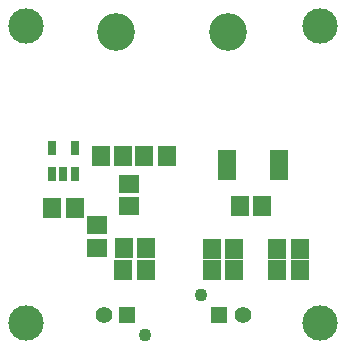
<source format=gbr>
G04 DipTrace 3.2.0.1*
G04 BottomMask.gbr*
%MOIN*%
G04 #@! TF.FileFunction,Soldermask,Bot*
G04 #@! TF.Part,Single*
%ADD30C,0.043307*%
%ADD31C,0.11811*%
%ADD36C,0.125984*%
%ADD40R,0.025591X0.045276*%
%ADD42R,0.064961X0.025591*%
%ADD44C,0.055118*%
%ADD46R,0.055118X0.055118*%
%ADD48R,0.066929X0.059055*%
%ADD50R,0.059055X0.066929*%
%FSLAX26Y26*%
G04*
G70*
G90*
G75*
G01*
G04 BotMask*
%LPD*%
D50*
X1281294Y875001D3*
X1206491D3*
D48*
X837497Y950009D3*
Y875206D3*
D50*
X818745Y662479D3*
X893549D3*
D48*
X731236Y737487D3*
Y812290D3*
D46*
X1137529Y512463D3*
D44*
X1216269D3*
D30*
X1078474Y579392D3*
D46*
X831247Y512463D3*
D44*
X752507D3*
D30*
X890302Y445534D3*
D50*
X1331299Y731236D3*
X1406102D3*
X1331299Y662479D3*
X1406102D3*
X1187534Y731236D3*
X1112731D3*
X1187534Y662479D3*
X1112731D3*
X962510Y1043769D3*
X887707D3*
X743738D3*
X818541D3*
X893753Y737487D3*
X818950D3*
X581220Y868751D3*
X656024D3*
D42*
X1337550Y975012D3*
Y1000012D3*
Y1025012D3*
Y1050012D3*
X1162550Y975012D3*
Y1000012D3*
Y1025012D3*
Y1050012D3*
D40*
X581220Y981262D3*
X618622D3*
X581220Y1067877D3*
X656024D3*
Y981262D3*
D36*
X793743Y1456312D3*
X1167759Y1455525D3*
D31*
X493701Y487461D3*
X1475079Y487441D3*
Y1475079D3*
X493711Y1475064D3*
M02*

</source>
